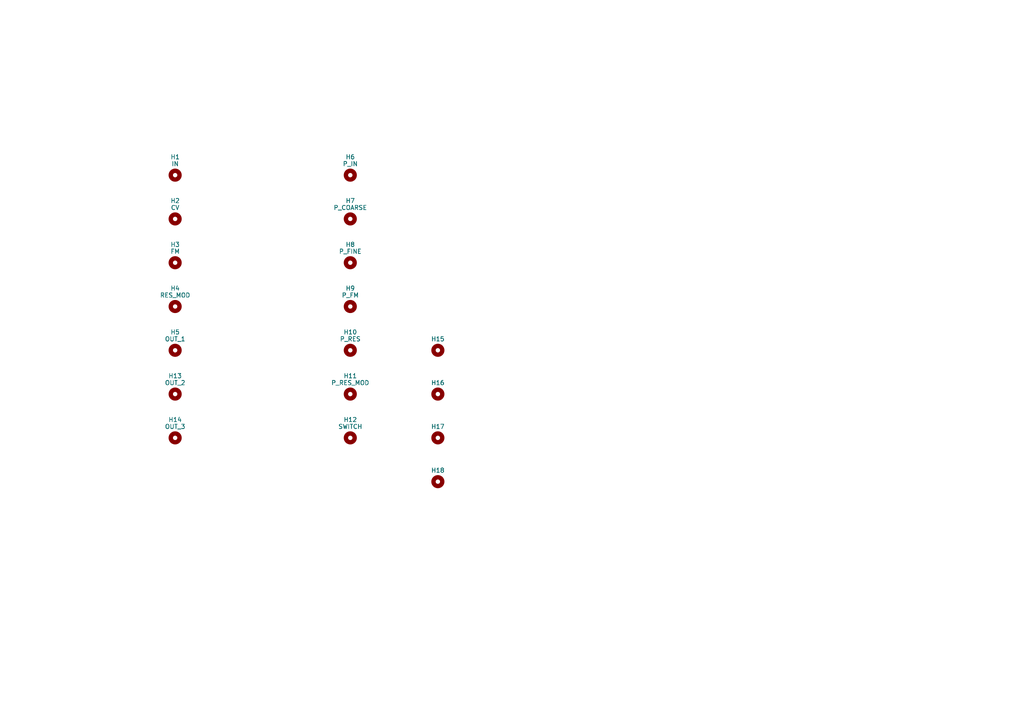
<source format=kicad_sch>
(kicad_sch (version 20211123) (generator "elektron")
  (paper "A4")
  (title_block (title "hall") (date "04-03-2023") (rev "1") (comment 1 "panel circuit") (comment 2 "module for a spring reverb tank.") (comment 4 "License CC BY 4.0 - Attribution 4.0 International"))
  (lib_symbols
    (symbol "Mechanical:MountingHole" (pin_names (offset 1.016))
      (property "Reference" "H" (at 0 5.08 0))
      (property "Value" "MountingHole" (at 0 3.175 0))
      (symbol "MountingHole_0_1"
        (circle (center 0 0) (radius 1.27) (stroke (width 1.27)))
      )
    )
  )
  (symbol (lib_id "Mechanical:MountingHole") (at 50.8 50.8 0) (unit 1)
    (property "Reference" "H1" (at 50.8 45.53 0))
    (property "Value" "IN" (at 50.8 47.53 0))
    (property "Footprint" elektrophon:panel_jack (effects hide))
    (property "ki_keywords" "mounting hole" (effects hide))
    (property "ki_description" "Mounting Hole without connection" (effects hide))
    (property "ki_fp_filters" "MountingHole*" (effects hide))
  )
  (symbol (lib_id "Mechanical:MountingHole") (at 50.8 63.5 0) (unit 1)
    (property "Reference" "H2" (at 50.8 58.23 0))
    (property "Value" "CV" (at 50.8 60.23 0))
    (property "Footprint" elektrophon:panel_jack (effects hide))
    (property "ki_keywords" "mounting hole" (effects hide))
    (property "ki_description" "Mounting Hole without connection" (effects hide))
    (property "ki_fp_filters" "MountingHole*" (effects hide))
  )
  (symbol (lib_id "Mechanical:MountingHole") (at 50.8 76.2 0) (unit 1)
    (property "Reference" "H3" (at 50.8 70.93 0))
    (property "Value" "FM" (at 50.8 72.93 0))
    (property "Footprint" elektrophon:panel_jack (effects hide))
    (property "ki_keywords" "mounting hole" (effects hide))
    (property "ki_description" "Mounting Hole without connection" (effects hide))
    (property "ki_fp_filters" "MountingHole*" (effects hide))
  )
  (symbol (lib_id "Mechanical:MountingHole") (at 50.8 88.9 0) (unit 1)
    (property "Reference" "H4" (at 50.8 83.63 0))
    (property "Value" "RES_MOD" (at 50.8 85.63 0))
    (property "Footprint" elektrophon:panel_jack (effects hide))
    (property "ki_keywords" "mounting hole" (effects hide))
    (property "ki_description" "Mounting Hole without connection" (effects hide))
    (property "ki_fp_filters" "MountingHole*" (effects hide))
  )
  (symbol (lib_id "Mechanical:MountingHole") (at 50.8 101.6 0) (unit 1)
    (property "Reference" "H5" (at 50.8 96.33 0))
    (property "Value" "OUT_1" (at 50.8 98.33 0))
    (property "Footprint" elektrophon:panel_jack (effects hide))
    (property "ki_keywords" "mounting hole" (effects hide))
    (property "ki_description" "Mounting Hole without connection" (effects hide))
    (property "ki_fp_filters" "MountingHole*" (effects hide))
  )
  (symbol (lib_id "Mechanical:MountingHole") (at 50.8 114.3 0) (unit 1)
    (property "Reference" "H13" (at 50.8 109.03 0))
    (property "Value" "OUT_2" (at 50.8 111.03 0))
    (property "Footprint" elektrophon:panel_jack (effects hide))
    (property "ki_keywords" "mounting hole" (effects hide))
    (property "ki_description" "Mounting Hole without connection" (effects hide))
    (property "ki_fp_filters" "MountingHole*" (effects hide))
  )
  (symbol (lib_id "Mechanical:MountingHole") (at 50.8 127 0) (unit 1)
    (property "Reference" "H14" (at 50.8 121.73 0))
    (property "Value" "OUT_3" (at 50.8 123.73 0))
    (property "Footprint" elektrophon:panel_jack (effects hide))
    (property "ki_keywords" "mounting hole" (effects hide))
    (property "ki_description" "Mounting Hole without connection" (effects hide))
    (property "ki_fp_filters" "MountingHole*" (effects hide))
  )
  (symbol (lib_id "Mechanical:MountingHole") (at 101.6 50.8 0) (unit 1)
    (property "Reference" "H6" (at 101.6 45.53 0))
    (property "Value" "P_IN" (at 101.6 47.53 0))
    (property "Footprint" elektrophon:panel_potentiometer (effects hide))
    (property "ki_keywords" "mounting hole" (effects hide))
    (property "ki_description" "Mounting Hole without connection" (effects hide))
    (property "ki_fp_filters" "MountingHole*" (effects hide))
  )
  (symbol (lib_id "Mechanical:MountingHole") (at 101.6 63.5 0) (unit 1)
    (property "Reference" "H7" (at 101.6 58.23 0))
    (property "Value" "P_COARSE" (at 101.6 60.23 0))
    (property "Footprint" elektrophon:panel_potentiometer (effects hide))
    (property "ki_keywords" "mounting hole" (effects hide))
    (property "ki_description" "Mounting Hole without connection" (effects hide))
    (property "ki_fp_filters" "MountingHole*" (effects hide))
  )
  (symbol (lib_id "Mechanical:MountingHole") (at 101.6 76.2 0) (unit 1)
    (property "Reference" "H8" (at 101.6 70.93 0))
    (property "Value" "P_FINE" (at 101.6 72.93 0))
    (property "Footprint" elektrophon:panel_potentiometer (effects hide))
    (property "ki_keywords" "mounting hole" (effects hide))
    (property "ki_description" "Mounting Hole without connection" (effects hide))
    (property "ki_fp_filters" "MountingHole*" (effects hide))
  )
  (symbol (lib_id "Mechanical:MountingHole") (at 101.6 88.9 0) (unit 1)
    (property "Reference" "H9" (at 101.6 83.63 0))
    (property "Value" "P_FM" (at 101.6 85.63 0))
    (property "Footprint" elektrophon:panel_potentiometer (effects hide))
    (property "ki_keywords" "mounting hole" (effects hide))
    (property "ki_description" "Mounting Hole without connection" (effects hide))
    (property "ki_fp_filters" "MountingHole*" (effects hide))
  )
  (symbol (lib_id "Mechanical:MountingHole") (at 101.6 101.6 0) (unit 1)
    (property "Reference" "H10" (at 101.6 96.33 0))
    (property "Value" "P_RES" (at 101.6 98.33 0))
    (property "Footprint" elektrophon:panel_potentiometer (effects hide))
    (property "ki_keywords" "mounting hole" (effects hide))
    (property "ki_description" "Mounting Hole without connection" (effects hide))
    (property "ki_fp_filters" "MountingHole*" (effects hide))
  )
  (symbol (lib_id "Mechanical:MountingHole") (at 101.6 114.3 0) (unit 1)
    (property "Reference" "H11" (at 101.6 109.03 0))
    (property "Value" "P_RES_MOD" (at 101.6 111.03 0))
    (property "Footprint" elektrophon:panel_potentiometer (effects hide))
    (property "ki_keywords" "mounting hole" (effects hide))
    (property "ki_description" "Mounting Hole without connection" (effects hide))
    (property "ki_fp_filters" "MountingHole*" (effects hide))
  )
  (symbol (lib_id "Mechanical:MountingHole") (at 101.6 127 0) (unit 1)
    (property "Reference" "H12" (at 101.6 121.73 0))
    (property "Value" "SWITCH" (at 101.6 123.73 0))
    (property "Footprint" elektrophon:panel_potentiometer (effects hide))
    (property "ki_keywords" "mounting hole" (effects hide))
    (property "ki_description" "Mounting Hole without connection" (effects hide))
    (property "ki_fp_filters" "MountingHole*" (effects hide))
  )
  (symbol (lib_id "Mechanical:MountingHole") (at 127 101.6 0) (unit 1)
    (property "Reference" "H15" (at 127 98.33 0))
    (property "Footprint" elektrophon:MountingHole_Panel_3.2mm_M3 (effects hide))
    (property "ki_keywords" "mounting hole" (effects hide))
    (property "ki_description" "Mounting Hole without connection" (effects hide))
    (property "ki_fp_filters" "MountingHole*" (effects hide))
  )
  (symbol (lib_id "Mechanical:MountingHole") (at 127 114.3 0) (unit 1)
    (property "Reference" "H16" (at 127 111.03 0))
    (property "Footprint" elektrophon:MountingHole_Panel_3.2mm_M3 (effects hide))
    (property "ki_keywords" "mounting hole" (effects hide))
    (property "ki_description" "Mounting Hole without connection" (effects hide))
    (property "ki_fp_filters" "MountingHole*" (effects hide))
  )
  (symbol (lib_id "Mechanical:MountingHole") (at 127 127 0) (unit 1)
    (property "Reference" "H17" (at 127 123.73 0))
    (property "Footprint" elektrophon:MountingHole_Panel_3.2mm_M3 (effects hide))
    (property "ki_keywords" "mounting hole" (effects hide))
    (property "ki_description" "Mounting Hole without connection" (effects hide))
    (property "ki_fp_filters" "MountingHole*" (effects hide))
  )
  (symbol (lib_id "Mechanical:MountingHole") (at 127 139.7 0) (unit 1)
    (property "Reference" "H18" (at 127 136.43 0))
    (property "Footprint" elektrophon:MountingHole_Panel_3.2mm_M3 (effects hide))
    (property "ki_keywords" "mounting hole" (effects hide))
    (property "ki_description" "Mounting Hole without connection" (effects hide))
    (property "ki_fp_filters" "MountingHole*" (effects hide))
  )
)
</source>
